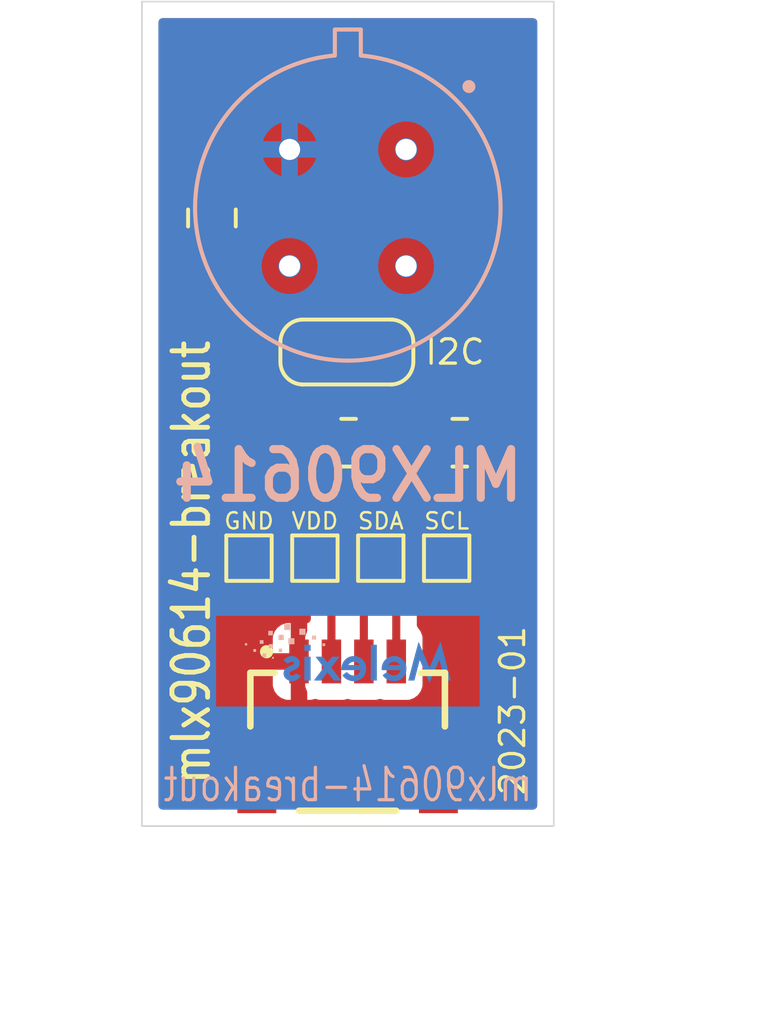
<source format=kicad_pcb>
(kicad_pcb (version 20211014) (generator pcbnew)
  (layers (0 "F.Cu" signal) (31 "B.Cu" signal) (34 "B.Paste" user) (35 "F.Paste" user) (36 "B.SilkS" user "B.Silkscreen") (37 "F.SilkS" user "F.Silkscreen") (38 "B.Mask" user) (39 "F.Mask" user) (44 "Edge.Cuts" user))
  (net 0 "")
  (net 1 "/VDD")
  (net 2 "/SDA")
  (net 3 "/SCL")
  (net 4 "/GND")
  (net 5 "Net-(JP1-Pad1)")
  (net 6 "Net-(JP1-Pad3)")
  (footprint "TestPoint:TestPoint_Pad_1.0x1.0mm" (layer "F.Cu") (at 113.997999 75.245001)
    (fp_text reference "SCL" (at 0 -1.143) (layer "F.SilkS") (effects (font (size 0.5 0.5) (thickness 0.075))))
    (fp_text value "TestPoint")
    (fp_line (start 0.7 -0.7) (end 0.7 0.7) (layer "F.SilkS") (width 0.12))
    (fp_line (start 0.7 0.7) (end -0.7 0.7) (layer "F.SilkS") (width 0.12))
    (fp_line (start -0.7 0.7) (end -0.7 -0.7) (layer "F.SilkS") (width 0.12))
    (fp_line (start -0.7 -0.7) (end 0.7 -0.7) (layer "F.SilkS") (width 0.12))
    (pad "1" smd rect (at 0 0) (size 1 1) (layers "F.Cu" "F.Mask") (net 3 "/SCL"))
  )
  (footprint "TestPoint:TestPoint_Pad_1.0x1.0mm" (layer "F.Cu") (at 107.901999 75.245001)
    (fp_text reference "GND" (at 0 -1.143) (layer "F.SilkS") (effects (font (size 0.5 0.5) (thickness 0.075))))
    (fp_text value "TestPoint")
    (fp_line (start 0.7 0.7) (end -0.7 0.7) (layer "F.SilkS") (width 0.12))
    (fp_line (start 0.7 -0.7) (end 0.7 0.7) (layer "F.SilkS") (width 0.12))
    (fp_line (start -0.7 -0.7) (end 0.7 -0.7) (layer "F.SilkS") (width 0.12))
    (fp_line (start -0.7 0.7) (end -0.7 -0.7) (layer "F.SilkS") (width 0.12))
    (pad "1" smd rect (at 0 0) (size 1 1) (layers "F.Cu" "F.Mask") (net 4 "/GND"))
  )
  (footprint "Resistor_SMD:R_0805_2012Metric" (layer "F.Cu") (at 114.402499 71.689001)
    (fp_text reference "R1" hide)
    (fp_text value "4K7")
    (fp_line (start -0.227064 -0.735) (end 0.227064 -0.735) (layer "F.SilkS") (width 0.12))
    (fp_line (start -0.227064 0.735) (end 0.227064 0.735) (layer "F.SilkS") (width 0.12))
    (pad "1" smd roundrect (at -0.9125 0) (size 1.025 1.4) (layers "F.Cu" "F.Paste" "F.Mask") (roundrect_rratio 0.243902439) (net 6 "Net-(JP1-Pad3)"))
    (pad "2" smd roundrect (at 0.9125 0) (size 1.025 1.4) (layers "F.Cu" "F.Paste" "F.Mask") (roundrect_rratio 0.243902439) (net 3 "/SCL"))
  )
  (footprint "Jumper:SolderJumper-3_P1.3mm_Bridged12_RoundedPad1.0x1.5mm_NumberLabels" (layer "F.Cu") (at 110.919999 68.895001)
    (fp_text reference "I2C" (at 3.332 0) (layer "F.SilkS") (effects (font (size 0.75 0.75) (thickness 0.1))))
    (fp_text value "SolderJumper_3_Bridged123")
    (fp_poly (pts (xy -0.5 -0.3) (xy 0 -0.3) (xy 0 0.3) (xy -0.5 0.3)) (layer "F.Cu") (width 0) (fill solid))
    (fp_poly (pts (xy 0.3 -0.3) (xy 0.8 -0.3) (xy 0.8 0.3) (xy 0.3 0.3)) (layer "F.Cu") (width 0) (fill solid))
    (fp_poly (pts (xy -0.8 -0.3) (xy -0.3 -0.3) (xy -0.3 0.3) (xy -0.8 0.3)) (layer "F.Cu") (width 0) (fill solid))
    (fp_line (start -2.05 0.3) (end -2.05 -0.3) (layer "F.SilkS") (width 0.12))
    (fp_line (start 1.4 1) (end -1.4 1) (layer "F.SilkS") (width 0.12))
    (fp_line (start -1.4 -1) (end 1.4 -1) (layer "F.SilkS") (width 0.12))
    (fp_line (start 2.05 -0.3) (end 2.05 0.3) (layer "F.SilkS") (width 0.12))
    (fp_arc (start -1.35 1) (mid -1.844975 0.794975) (end -2.05 0.3) (layer "F.SilkS") (width 0.12))
    (fp_arc (start 1.35 -1) (mid 1.844975 -0.794975) (end 2.05 -0.3) (layer "F.SilkS") (width 0.12))
    (fp_arc (start -2.05 -0.3) (mid -1.844975 -0.794975) (end -1.35 -1) (layer "F.SilkS") (width 0.12))
    (fp_arc (start 2.05 0.3) (mid 1.844975 0.794975) (end 1.35 1) (layer "F.SilkS") (width 0.12))
    (pad "1" smd custom (at -1.3 0) (size 1 0.5) (layers "F.Cu" "F.Mask") (net 5 "Net-(JP1-Pad1)") (options (clearance outline) (anchor rect)) (primitives (gr_poly (pts (xy 0.55 0.75) (xy 0 0.75) (xy 0 -0.75) (xy 0.55 -0.75)) (width 0) (fill yes)) (gr_circle (center 0 0.25) (end 0.5 0.25) (width 0) (fill yes)) (gr_circle (center 0 -0.25) (end 0.5 -0.25) (width 0) (fill yes))))
    (pad "2" smd rect (at 0 0) (size 1 1.5) (layers "F.Cu" "F.Mask") (net 1 "/VDD"))
    (pad "3" smd custom (at 1.3 0) (size 1 0.5) (layers "F.Cu" "F.Mask") (net 6 "Net-(JP1-Pad3)") (options (clearance outline) (anchor rect)) (primitives (gr_circle (center 0 0.25) (end 0.5 0.25) (width 0) (fill yes)) (gr_circle (center 0 -0.25) (end 0.5 -0.25) (width 0) (fill yes)) (gr_poly (pts (xy 0 0.75) (xy -0.55 0.75) (xy -0.55 -0.75) (xy 0 -0.75)) (width 0) (fill yes))))
  )
  (footprint "melexis-temperature:QWIIC_STEMMA_QT" (layer "F.Cu") (at 110.943999 78.428001)
    (fp_text reference "J1" hide)
    (fp_text value "Conn_01x04_Male")
    (fp_line (start -3 2) (end -3 0.35) (layer "F.SilkS") (width 0.2032))
    (fp_line (start -3 0.35) (end -2.25 0.35) (layer "F.SilkS") (width 0.2032))
    (fp_line (start 2.25 0.35) (end 3 0.35) (layer "F.SilkS") (width 0.2032))
    (fp_line (start 3 0.35) (end 3 2) (layer "F.SilkS") (width 0.2032))
    (fp_line (start -1.5 4.6) (end 1.5 4.6) (layer "F.SilkS") (width 0.2032))
    (fp_circle (center -2.5 -0.3) (end -2.3984 -0.3) (layer "F.SilkS") (width 0.2032) (fill none))
    (pad "1" smd rect locked (at -1.5 0) (size 0.6 1.35) (layers "F.Cu" "F.Paste" "F.Mask") (net 4 "/GND"))
    (pad "2" smd rect locked (at -0.5 0) (size 0.6 1.35) (layers "F.Cu" "F.Paste" "F.Mask") (net 1 "/VDD"))
    (pad "3" smd rect locked (at 0.5 0) (size 0.6 1.35) (layers "F.Cu" "F.Paste" "F.Mask") (net 2 "/SDA"))
    (pad "4" smd rect locked (at 1.5 0) (size 0.6 1.35) (layers "F.Cu" "F.Paste" "F.Mask") (net 3 "/SCL"))
    (pad "NC1" smd rect locked (at 2.8 3.675) (size 1.2 2) (layers "F.Cu" "F.Paste" "F.Mask") (net 4 "/GND"))
    (pad "NC2" smd rect locked (at -2.8 3.675) (size 1.2 2) (layers "F.Cu" "F.Paste" "F.Mask") (net 4 "/GND"))
  )
  (footprint "TestPoint:TestPoint_Pad_1.0x1.0mm" (layer "F.Cu") (at 109.933999 75.245001)
    (fp_text reference "VDD" (at 0 -1.143) (layer "F.SilkS") (effects (font (size 0.5 0.5) (thickness 0.075))))
    (fp_text value "TestPoint")
    (fp_line (start 0.7 -0.7) (end 0.7 0.7) (layer "F.SilkS") (width 0.12))
    (fp_line (start 0.7 0.7) (end -0.7 0.7) (layer "F.SilkS") (width 0.12))
    (fp_line (start -0.7 0.7) (end -0.7 -0.7) (layer "F.SilkS") (width 0.12))
    (fp_line (start -0.7 -0.7) (end 0.7 -0.7) (layer "F.SilkS") (width 0.12))
    (pad "1" smd rect (at 0 0) (size 1 1) (layers "F.Cu" "F.Mask") (net 1 "/VDD"))
  )
  (footprint "Resistor_SMD:R_0805_2012Metric" (layer "F.Cu") (at 110.973499 71.689001)
    (fp_text reference "R2" hide)
    (fp_text value "4K7")
    (fp_line (start -0.227064 -0.735) (end 0.227064 -0.735) (layer "F.SilkS") (width 0.12))
    (fp_line (start -0.227064 0.735) (end 0.227064 0.735) (layer "F.SilkS") (width 0.12))
    (pad "1" smd roundrect (at -0.9125 0) (size 1.025 1.4) (layers "F.Cu" "F.Paste" "F.Mask") (roundrect_rratio 0.243902439) (net 5 "Net-(JP1-Pad1)"))
    (pad "2" smd roundrect (at 0.9125 0) (size 1.025 1.4) (layers "F.Cu" "F.Paste" "F.Mask") (roundrect_rratio 0.243902439) (net 2 "/SDA"))
  )
  (footprint "Capacitor_SMD:C_0805_2012Metric" (layer "F.Cu") (at 106.758997 64.765002 90)
    (fp_text reference "C1" hide)
    (fp_text value "100n")
    (fp_line (start -0.261252 -0.735) (end 0.261252 -0.735) (layer "F.SilkS") (width 0.12))
    (fp_line (start -0.261252 0.735) (end 0.261252 0.735) (layer "F.SilkS") (width 0.12))
    (pad "1" smd roundrect (at -0.95 0 90) (size 1 1.45) (layers "F.Cu" "F.Paste" "F.Mask") (net 1 "/VDD"))
    (pad "2" smd roundrect (at 0.95 0 90) (size 1 1.45) (layers "F.Cu" "F.Paste" "F.Mask") (net 4 "/GND"))
  )
  (footprint "melexis-temperature:mlx_logo_back" (layer "F.Cu") (at 110.945769 78.428001)
    (fp_text reference "G***" hide)
    (fp_text value "LOGO" hide)
    (fp_poly (pts (xy 0.89408 0.5842) (xy 0.71628 0.5842) (xy 0.71628 -0.508) (xy 0.89408 -0.508) (xy 0.89408 0.5842)) (layer "B.Cu") (width 0.01) (fill solid))
    (fp_poly (pts (xy -1.14808 -0.3302) (xy -1.33096 -0.3302) (xy -1.33096 -0.508) (xy -1.14808 -0.508) (xy -1.14808 -0.3302)) (layer "B.Cu") (width 0.01) (fill solid))
    (fp_poly (pts (xy -0.273195 -0.12319) (xy -0.322273 -0.060622) (xy -0.365166 -0.005698) (xy -0.402074 0.041844) (xy -0.433193 0.082264) (xy -0.458721 0.115824) (xy -0.478856 0.142786) (xy -0.493796 0.163412) (xy -0.503738 0.177962) (xy -0.508879 0.186698) (xy -0.509658 0.189698) (xy -0.505953 0.194814) (xy -0.496686 0.207169) (xy -0.48248 0.225944) (xy -0.463959 0.25032) (xy -0.441747 0.279476) (xy -0.416468 0.312592) (xy -0.388745 0.348849) (xy -0.361058 0.385006) (xy -0.33167 0.423412) (xy -0.304204 0.459413) (xy -0.279274 0.492196) (xy -0.257497 0.520947) (xy -0.239485 0.544852) (xy -0.225855 0.563098) (xy -0.217221 0.574872) (xy -0.214207 0.579316) (xy -0.218519 0.581011) (xy -0.232231 0.582382) (xy -0.254586 0.583394) (xy -0.284828 0.584011) (xy -0.318731 0.5842) (xy -0.424949 0.5842) (xy -0.518545 0.463835) (xy -0.542301 0.433278) (xy -0.564188 0.405111) (xy -0.583386 0.380393) (xy -0.599073 0.36018) (xy -0.61043 0.345528) (xy -0.616636 0.337496) (xy -0.617406 0.336488) (xy -0.620285 0.336212) (xy -0.625896 0.340275) (xy -0.634768 0.349291) (xy -0.647428 0.363876) (xy -0.664405 0.384643) (xy -0.686229 0.412208) (xy -0.713427 0.447186) (xy -0.72089 0.456852) (xy -0.819108 0.5842) (xy -0.925174 0.5842) (xy -0.956754 0.584026) (xy -0.984582 0.583541) (xy -1.00717 0.582798) (xy -1.023033 0.581851) (xy -1.030683 0.580752) (xy -1.031155 0.58039) (xy -1.028134 0.575721) (xy -1.019504 0.563802) (xy -1.005866 0.545428) (xy -0.987816 0.521392) (xy -0.965955 0.492488) (xy -0.94088 0.45951) (xy -0.91319 0.423251) (xy -0.883485 0.384507) (xy -0.881369 0.381753) (xy -0.846652 0.336498) (xy -0.817713 0.298583) (xy -0.794079 0.267336) (xy -0.775279 0.242087) (xy -0.760839 0.222165) (xy -0.750287 0.2069) (xy -0.743151 0.195621) (xy -0.738957 0.187657) (xy -0.737233 0.182339) (xy -0.737508 0.178994) (xy -0.737944 0.178226) (xy -0.742384 0.172347) (xy -0.752313 0.159368) (xy -0.767008 0.14023) (xy -0.785747 0.115871) (xy -0.807806 0.087232) (xy -0.832462 0.055253) (xy -0.858993 0.020872) (xy -0.86233 0.016548) (xy -0.888755 -0.017751) (xy -0.91312 -0.049518) (xy -0.934748 -0.077861) (xy -0.952963 -0.101887) (xy -0.967088 -0.120702) (xy -0.976447 -0.133415) (xy -0.980364 -0.139131) (xy -0.98044 -0.139335) (xy -0.975607 -0.140184) (xy -0.962088 -0.140916) (xy -0.941361 -0.141495) (xy -0.9149 -0.141883) (xy -0.88418 -0.142043) (xy -0.87249 -0.142038) (xy -0.76454 -0.141836) (xy -0.69596 -0.050901) (xy -0.676076 -0.024666) (xy -0.65823 -0.001372) (xy -0.643323 0.017827) (xy -0.632258 0.031772) (xy -0.625936 0.039309) (xy -0.62484 0.040313) (xy -0.621129 0.036564) (xy -0.612117 0.0259) (xy -0.598713 0.009447) (xy -0.581831 -0.01167) (xy -0.56238 -0.036327) (xy -0.55118 -0.050651) (xy -0.48006 -0.141894) (xy -0.369144 -0.142067) (xy -0.258227 -0.14224) (xy -0.273195 -0.12319)) (layer "B.Cu") (width 0.01) (fill solid))
    (fp_poly (pts (xy 2.86263 -0.593453) (xy 2.862972 -0.593122) (xy 2.864557 -0.587983) (xy 2.868556 -0.573622) (xy 2.874806 -0.550643) (xy 2.883148 -0.519654) (xy 2.89342 -0.48126) (xy 2.90546 -0.436067) (xy 2.919109 -0.38468) (xy 2.934205 -0.327705) (xy 2.950586 -0.265749) (xy 2.968093 -0.199418) (xy 2.986564 -0.129316) (xy 3.005838 -0.05605) (xy 3.019387 -0.00448) (xy 3.173301 0.58166) (xy 3.086898 0.583053) (xy 3.058241 0.583292) (xy 3.033189 0.583076) (xy 3.013479 0.582455) (xy 3.000848 0.581479) (xy 2.997037 0.580513) (xy 2.995191 0.575039) (xy 2.991024 0.560559) (xy 2.984759 0.537906) (xy 2.976617 0.507911) (xy 2.966823 0.471405) (xy 2.955598 0.42922) (xy 2.943165 0.382186) (xy 2.929747 0.331136) (xy 2.915567 0.276901) (xy 2.910593 0.25781) (xy 2.896232 0.20281) (xy 2.882573 0.150816) (xy 2.869836 0.102645) (xy 2.858241 0.059114) (xy 2.848008 0.021043) (xy 2.839359 -0.010753) (xy 2.832512 -0.035454) (xy 2.827688 -0.052243) (xy 2.825107 -0.060302) (xy 2.824773 -0.060909) (xy 2.822402 -0.056334) (xy 2.816426 -0.043109) (xy 2.807156 -0.02196) (xy 2.794901 0.006388) (xy 2.779971 0.041209) (xy 2.762677 0.081778) (xy 2.743329 0.127368) (xy 2.722236 0.177255) (xy 2.699709 0.230712) (xy 2.676058 0.287014) (xy 2.674817 0.289974) (xy 2.651089 0.346471) (xy 2.628449 0.400211) (xy 2.607209 0.450463) (xy 2.587683 0.496495) (xy 2.570183 0.537574) (xy 2.555021 0.57297) (xy 2.54251 0.601949) (xy 2.532962 0.623782) (xy 2.526691 0.637735) (xy 2.524009 0.643077) (xy 2.523978 0.643103) (xy 2.519988 0.6403) (xy 2.51405 0.630586) (xy 2.510785 0.62369) (xy 2.507261 0.615449) (xy 2.500138 0.598656) (xy 2.48976 0.574123) (xy 2.47647 0.54266) (xy 2.46061 0.505081) (xy 2.442522 0.462196) (xy 2.42255 0.41482) (xy 2.401036 0.363762) (xy 2.378323 0.309835) (xy 2.361905 0.270842) (xy 2.331184 0.198097) (xy 2.304221 0.134733) (xy 2.280994 0.080699) (xy 2.26148 0.035948) (xy 2.245657 0.000427) (xy 2.233504 -0.025911) (xy 2.224998 -0.043118) (xy 2.220117 -0.051242) (xy 2.2189 -0.051738) (xy 2.217014 -0.045396) (xy 2.21283 -0.030094) (xy 2.206579 -0.006713) (xy 2.198493 0.023867) (xy 2.188802 0.060766) (xy 2.177738 0.103102) (xy 2.165531 0.149997) (xy 2.152414 0.200569) (xy 2.138618 0.253938) (xy 2.138602 0.254) (xy 2.124739 0.307655) (xy 2.111512 0.358739) (xy 2.099157 0.40634) (xy 2.087914 0.449546) (xy 2.078021 0.487446) (xy 2.069714 0.51913) (xy 2.063232 0.543685) (xy 2.058812 0.5602) (xy 2.056717 0.56769) (xy 2.051532 0.5842) (xy 1.874326 0.5842) (xy 1.877207 0.57277) (xy 1.885965 0.538305) (xy 1.89649 0.497364) (xy 1.908593 0.450665) (xy 1.922079 0.398924) (xy 1.936759 0.342861) (xy 1.952441 0.283193) (xy 1.968932 0.220637) (xy 1.986042 0.155912) (xy 2.003578 0.089735) (xy 2.021349 0.022824) (xy 2.039163 -0.044102) (xy 2.056829 -0.110327) (xy 2.074155 -0.175132) (xy 2.090949 -0.237799) (xy 2.10702 -0.297611) (xy 2.122177 -0.35385) (xy 2.136226 -0.405798) (xy 2.148978 -0.452737) (xy 2.160239 -0.49395) (xy 2.169819 -0.528718) (xy 2.177526 -0.556323) (xy 2.183169 -0.576048) (xy 2.186555 -0.587176) (xy 2.187484 -0.589463) (xy 2.190086 -0.584521) (xy 2.196291 -0.570887) (xy 2.205806 -0.54925) (xy 2.218335 -0.520299) (xy 2.233586 -0.484725) (xy 2.251263 -0.443218) (xy 2.271073 -0.396468) (xy 2.292722 -0.345163) (xy 2.315915 -0.289995) (xy 2.340359 -0.231653) (xy 2.356923 -0.19201) (xy 2.381971 -0.132127) (xy 2.405935 -0.075089) (xy 2.428523 -0.021574) (xy 2.449446 0.027744) (xy 2.468413 0.072187) (xy 2.485135 0.11108) (xy 2.49932 0.143748) (xy 2.510679 0.169513) (xy 2.518921 0.1877) (xy 2.523757 0.197633) (xy 2.524948 0.199332) (xy 2.527356 0.194162) (xy 2.533378 0.180336) (xy 2.54271 0.15857) (xy 2.555048 0.129582) (xy 2.57009 0.09409) (xy 2.58753 0.052811) (xy 2.607067 0.006464) (xy 2.628396 -0.044235) (xy 2.651215 -0.098568) (xy 2.675218 -0.155817) (xy 2.682298 -0.17272) (xy 2.712694 -0.245304) (xy 2.739408 -0.309081) (xy 2.762681 -0.364616) (xy 2.782758 -0.412474) (xy 2.79988 -0.453219) (xy 2.81429 -0.487415) (xy 2.826232 -0.515629) (xy 2.835946 -0.538423) (xy 2.843677 -0.556363) (xy 2.849667 -0.570014) (xy 2.854158 -0.579939) (xy 2.857394 -0.586704) (xy 2.859616 -0.590873) (xy 2.861068 -0.593011) (xy 2.861991 -0.593683) (xy 2.86263 -0.593453)) (layer "B.Cu") (width 0.01) (fill solid))
    (fp_poly (pts (xy -1.685282 -0.158374) (xy -1.65505 -0.154048) (xy -1.628072 -0.145725) (xy -1.600995 -0.132413) (xy -1.574833 -0.116055) (xy -1.541852 -0.088537) (xy -1.516175 -0.055792) (xy -1.497935 -0.019235) (xy -1.487263 0.019721) (xy -1.48429 0.059663) (xy -1.489148 0.099175) (xy -1.50197 0.136845) (xy -1.522885 0.171259) (xy -1.545809 0.195739) (xy -1.554275 0.20285) (xy -1.563785 0.209868) (xy -1.575375 0.217349) (xy -1.590081 0.22585) (xy -1.60894 0.235926) (xy -1.632988 0.248134) (xy -1.663263 0.26303) (xy -1.7008 0.281169) (xy -1.740621 0.300235) (xy -1.773809 0.318483) (xy -1.796881 0.33674) (xy -1.809881 0.355094) (xy -1.812853 0.373632) (xy -1.805841 0.39244) (xy -1.794396 0.406439) (xy -1.769466 0.424601) (xy -1.74046 0.434374) (xy -1.708891 0.435855) (xy -1.676272 0.42914) (xy -1.644115 0.414326) (xy -1.618007 0.395202) (xy -1.594129 0.374183) (xy -1.527315 0.406703) (xy -1.503308 0.418478) (xy -1.482491 0.42886) (xy -1.466616 0.436961) (xy -1.45743 0.441897) (xy -1.456011 0.442795) (xy -1.45612 0.448717) (xy -1.46227 0.460125) (xy -1.473231 0.475406) (xy -1.487774 0.49295) (xy -1.50467 0.511144) (xy -1.518115 0.524219) (xy -1.5601 0.556694) (xy -1.606402 0.581) (xy -1.655585 0.59674) (xy -1.706208 0.603517) (xy -1.756835 0.600932) (xy -1.779804 0.596473) (xy -1.82227 0.581668) (xy -1.862931 0.558997) (xy -1.899712 0.530088) (xy -1.930536 0.496566) (xy -1.952906 0.460919) (xy -1.967404 0.421451) (xy -1.974115 0.3798) (xy -1.972518 0.339375) (xy -1.971937 0.335847) (xy -1.961736 0.297969) (xy -1.944748 0.263508) (xy -1.920376 0.231891) (xy -1.888023 0.202543) (xy -1.847091 0.17489) (xy -1.796983 0.148357) (xy -1.759514 0.131568) (xy -1.721888 0.114771) (xy -1.693248 0.099807) (xy -1.672733 0.086021) (xy -1.659478 0.072755) (xy -1.652622 0.059355) (xy -1.651162 0.049196) (xy -1.654124 0.030798) (xy -1.663979 0.017688) (xy -1.681464 0.009414) (xy -1.707313 0.005523) (xy -1.723042 0.00508) (xy -1.74513 0.006453) (xy -1.765568 0.011249) (xy -1.787116 0.020476) (xy -1.812534 0.035146) (xy -1.822407 0.041461) (xy -1.854114 0.062097) (xy -1.905432 0.017078) (xy -1.925378 -0.000351) (xy -1.943378 -0.015953) (xy -1.957639 -0.028184) (xy -1.96637 -0.035498) (xy -1.967161 -0.03613) (xy -1.971924 -0.040441) (xy -1.972871 -0.04457) (xy -1.968914 -0.050193) (xy -1.958965 -0.058987) (xy -1.945097 -0.070118) (xy -1.909326 -0.096021) (xy -1.870436 -0.119899) (xy -1.832155 -0.139576) (xy -1.810606 -0.148621) (xy -1.794708 -0.153881) (xy -1.778792 -0.157232) (xy -1.759899 -0.159043) (xy -1.735072 -0.159687) (xy -1.72212 -0.159697) (xy -1.685282 -0.158374)) (layer "B.Cu") (width 0.01) (fill solid))
    (fp_poly (pts (xy 0.226121 -0.161346) (xy 0.247428 -0.158881) (xy 0.270333 -0.154299) (xy 0.276162 -0.15293) (xy 0.333196 -0.134188) (xy 0.386253 -0.106657) (xy 0.434415 -0.071237) (xy 0.47676 -0.028827) (xy 0.512369 0.019672) (xy 0.540322 0.07336) (xy 0.557286 0.12208) (xy 0.563155 0.152951) (xy 0.56624 0.190231) (xy 0.566586 0.230572) (xy 0.564239 0.270623) (xy 0.559243 0.307037) (xy 0.554523 0.327431) (xy 0.533057 0.385059) (xy 0.503271 0.437724) (xy 0.465982 0.484619) (xy 0.422004 0.524936) (xy 0.372154 0.557869) (xy 0.317247 0.582613) (xy 0.28702 0.591961) (xy 0.258274 0.597426) (xy 0.223166 0.600925) (xy 0.185323 0.602356) (xy 0.148369 0.601615) (xy 0.115931 0.598598) (xy 0.10695 0.597107) (xy 0.05025 0.582065) (xy -0.004158 0.559421) (xy -0.054566 0.530213) (xy -0.099264 0.49548) (xy -0.136544 0.456261) (xy -0.146545 0.443049) (xy -0.157786 0.427263) (xy -0.097943 0.382224) (xy -0.076296 0.365998) (xy -0.057209 0.351815) (xy -0.042308 0.340873) (xy -0.033217 0.334371) (xy -0.031544 0.333265) (xy -0.024277 0.334789) (xy -0.011203 0.344467) (xy 0.007551 0.362205) (xy 0.007809 0.362465) (xy 0.044957 0.394276) (xy 0.084553 0.4167) (xy 0.127981 0.430453) (xy 0.144579 0.433385) (xy 0.190654 0.435631) (xy 0.2352 0.429448) (xy 0.276823 0.4155) (xy 0.31413 0.394449) (xy 0.345727 0.366958) (xy 0.370221 0.33369) (xy 0.375574 0.323518) (xy 0.383925 0.305216) (xy 0.390664 0.28856) (xy 0.39406 0.27813) (xy 0.397341 0.26416) (xy -0.194242 0.26416) (xy -0.190719 0.21971) (xy -0.183046 0.157432) (xy -0.172387 0.112216) (xy 0.01016 0.112216) (xy 0.015087 0.113364) (xy 0.029258 0.114387) (xy 0.051757 0.115263) (xy 0.08167 0.115969) (xy 0.11808 0.11648) (xy 0.160072 0.116775) (xy 0.19317 0.11684) (xy 0.37618 0.11684) (xy 0.368589 0.10216) (xy 0.356757 0.084975) (xy 0.339024 0.065772) (xy 0.318408 0.047394) (xy 0.29793 0.032685) (xy 0.29019 0.028333) (xy 0.249187 0.012939) (xy 0.205757 0.006075) (xy 0.161971 0.007644) (xy 0.119901 0.017548) (xy 0.081618 0.035692) (xy 0.077632 0.038249) (xy 0.063529 0.049117) (xy 0.048023 0.063451) (xy 0.033034 0.079145) (xy 0.020482 0.094093) (xy 0.01229 0.10619) (xy 0.01016 0.112216) (xy -0.172387 0.112216) (xy -0.170126 0.102626) (xy -0.151281 0.05369) (xy -0.125834 0.009021) (xy -0.093107 -0.032982) (xy -0.0762 -0.051057) (xy -0.031079 -0.09115) (xy 0.016625 -0.121771) (xy 0.06799 -0.143398) (xy 0.124093 -0.156506) (xy 0.17272 -0.161162) (xy 0.202517 -0.162003) (xy 0.226121 -0.161346)) (layer "B.Cu") (width 0.01) (fill solid))
    (fp_poly (pts (xy 1.498191 -0.157036) (xy 1.50622 -0.155514) (xy 1.560219 -0.139538) (xy 1.612535 -0.114662) (xy 1.661141 -0.082141) (xy 1.70401 -0.043229) (xy 1.723078 -0.021245) (xy 1.756934 0.027075) (xy 1.781525 0.07587) (xy 1.797627 0.127165) (xy 1.806016 0.182989) (xy 1.807011 0.19812) (xy 1.805929 0.262403) (xy 1.795818 0.322175) (xy 1.77649 0.377937) (xy 1.747754 0.430189) (xy 1.70942 0.479434) (xy 1.694069 0.495678) (xy 1.67219 0.516853) (xy 1.653039 0.532692) (xy 1.633025 0.545815) (xy 1.608556 0.558841) (xy 1.605169 0.560513) (xy 1.581121 0.571606) (xy 1.556544 0.581768) (xy 1.535203 0.589489) (xy 1.52654 0.592063) (xy 1.497064 0.597591) (xy 1.461275 0.601061) (xy 1.422827 0.602375) (xy 1.385374 0.601436) (xy 1.352573 0.598145) (xy 1.345359 0.596912) (xy 1.282185 0.579925) (xy 1.223284 0.553872) (xy 1.201265 0.541088) (xy 1.177404 0.524361) (xy 1.151538 0.50321) (xy 1.126475 0.480184) (xy 1.105019 0.457833) (xy 1.092243 0.442021) (xy 1.082029 0.427676) (xy 1.141724 0.382384) (xy 1.163328 0.366066) (xy 1.182397 0.3518) (xy 1.197305 0.340791) (xy 1.206428 0.334244) (xy 1.208121 0.333128) (xy 1.215267 0.334517) (xy 1.228348 0.343738) (xy 1.247493 0.360884) (xy 1.252095 0.365305) (xy 1.28455 0.393374) (xy 1.316449 0.41326) (xy 1.350557 0.42638) (xy 1.385105 0.43353) (xy 1.432848 0.435815) (xy 1.478403 0.429092) (xy 1.520604 0.413935) (xy 1.558288 0.390915) (xy 1.59029 0.360606) (xy 1.615447 0.32358) (xy 1.617769 0.319076) (xy 1.623896 0.307524) (xy 1.629348 0.297699) (xy 1.633434 0.289463) (xy 1.635463 0.282677) (xy 1.634745 0.277203) (xy 1.630587 0.272902) (xy 1.622299 0.269636) (xy 1.60919 0.267266) (xy 1.590569 0.265655) (xy 1.565744 0.264663) (xy 1.534026 0.264153) (xy 1.494723 0.263985) (xy 1.447143 0.264021) (xy 1.390597 0.264123) (xy 1.34366 0.26416) (xy 1.28175 0.264145) (xy 1.229231 0.264086) (xy 1.185332 0.263959) (xy 1.149283 0.263741) (xy 1.120313 0.263409) (xy 1.097653 0.262938) (xy 1.080533 0.262306) (xy 1.068182 0.261489) (xy 1.059832 0.260464) (xy 1.05471 0.259208) (xy 1.052048 0.257696) (xy 1.051076 0.255906) (xy 1.050996 0.25527) (xy 1.051745 0.19228) (xy 1.061716 0.131667) (xy 1.067617 0.113491) (xy 1.24968 0.113491) (xy 1.254571 0.114259) (xy 1.268488 0.114966) (xy 1.290298 0.115589) (xy 1.318868 0.116109) (xy 1.353064 0.116505) (xy 1.391752 0.116755) (xy 1.43256 0.11684) (xy 1.474526 0.116756) (xy 1.513101 0.116518) (xy 1.547152 0.116144) (xy 1.575544 0.115656) (xy 1.597144 0.11507) (xy 1.610819 0.114408) (xy 1.61544 0.11371) (xy 1.612245 0.106611) (xy 1.603994 0.094663) (xy 1.592686 0.080329) (xy 1.580319 0.06607) (xy 1.568895 0.05435) (xy 1.563392 0.049613) (xy 1.52529 0.026382) (xy 1.484406 0.011743) (xy 1.442187 0.005534) (xy 1.400081 0.007589) (xy 1.359534 0.017744) (xy 1.321994 0.035835) (xy 1.288909 0.061697) (xy 1.270251 0.082896) (xy 1.259846 0.09714) (xy 1.252448 0.108152) (xy 1.24968 0.113491) (xy 1.067617 0.113491) (xy 1.080343 0.074293) (xy 1.107061 0.021021) (xy 1.141307 -0.027288) (xy 1.182515 -0.069771) (xy 1.230121 -0.105566) (xy 1.28356 -0.13381) (xy 1.31318 -0.145131) (xy 1.355702 -0.155714) (xy 1.403316 -0.161365) (xy 1.452114 -0.161876) (xy 1.498191 -0.157036)) (layer "B.Cu") (width 0.01) (fill solid))
    (fp_poly (pts (xy -1.14808 0.5842) (xy -1.33096 0.5842) (xy -1.33096 -0.14224) (xy -1.14808 -0.14224) (xy -1.14808 0.5842)) (layer "B.Cu") (width 0.01) (fill solid))
    (fp_poly (pts (xy -1.977255 -0.74041) (xy -1.975849 -0.66548) (xy -2.128792 -0.66548) (xy -2.12598 -0.81534) (xy -1.97866 -0.81534) (xy -1.977255 -0.74041)) (layer "B.SilkS") (width 0.01) (fill solid))
    (fp_poly (pts (xy -0.69596 -0.47752) (xy -0.77216 -0.47752) (xy -0.77216 -0.55372) (xy -0.69596 -0.55372) (xy -0.69596 -0.47752)) (layer "B.SilkS") (width 0.01) (fill solid))
    (fp_poly (pts (xy -0.98044 -0.68072) (xy -1.0922 -0.68072) (xy -1.0922 -0.79248) (xy -0.98044 -0.79248) (xy -0.98044 -0.68072)) (layer "B.SilkS") (width 0.01) (fill solid))
    (fp_poly (pts (xy -2.60096 -0.54864) (xy -2.70764 -0.54864) (xy -2.70764 -0.65024) (xy -2.60096 -0.65024) (xy -2.60096 -0.54864)) (layer "B.SilkS") (width 0.01) (fill solid))
    (fp_poly (pts (xy -1.64592 -0.5334) (xy -1.82372 -0.5334) (xy -1.82372 -0.7112) (xy -1.64592 -0.7112) (xy -1.64592 -0.5334)) (layer "B.SilkS") (width 0.01) (fill solid))
    (fp_poly (pts (xy -2.312519 -0.87503) (xy -2.31394 -0.81026) (xy -2.37871 -0.808839) (xy -2.44348 -0.807417) (xy -2.44348 -0.9398) (xy -2.311097 -0.9398) (xy -2.312519 -0.87503)) (layer "B.SilkS") (width 0.01) (fill solid))
    (fp_poly (pts (xy -2.28092 -0.09144) (xy -2.32664 -0.09144) (xy -2.32664 -0.13716) (xy -2.28092 -0.13716) (xy -2.28092 -0.09144)) (layer "B.SilkS") (width 0.01) (fill solid))
    (fp_poly (pts (xy -3.10388 -0.49784) (xy -3.16484 -0.49784) (xy -3.16484 -0.5588) (xy -3.10388 -0.5588) (xy -3.10388 -0.49784)) (layer "B.SilkS") (width 0.01) (fill solid))
    (fp_poly (pts (xy -2.82956 -0.29972) (xy -2.90576 -0.29972) (xy -2.90576 -0.37592) (xy -2.82956 -0.37592) (xy -2.82956 -0.29972)) (layer "B.SilkS") (width 0.01) (fill solid))
    (fp_poly (pts (xy -2.02692 -0.29464) (xy -2.11836 -0.29464) (xy -2.11836 -0.39116) (xy -2.02692 -0.39116) (xy -2.02692 -0.29464)) (layer "B.SilkS") (width 0.01) (fill solid))
    (fp_poly (pts (xy -1.306713 -0.915788) (xy -1.3081 -0.8255) (xy -1.395844 -0.82411) (xy -1.429219 -0.823746) (xy -1.453655 -0.823914) (xy -1.470361 -0.824684) (xy -1.480546 -0.826128) (xy -1.485421 -0.828315) (xy -1.486145 -0.829385) (xy -1.486922 -0.836507) (xy -1.487432 -0.851929) (xy -1.487651 -0.87379) (xy -1.487555 -0.900235) (xy -1.487301 -0.919676) (xy -1.4859 -1.0033) (xy -1.395613 -1.004688) (xy -1.305325 -1.006076) (xy -1.306713 -0.915788)) (layer "B.SilkS") (width 0.01) (fill solid))
    (fp_poly (pts (xy -2.31648 -0.41148) (xy -2.42824 -0.41148) (xy -2.42824 -0.52832) (xy -2.31648 -0.52832) (xy -2.31648 -0.41148)) (layer "B.SilkS") (width 0.01) (fill solid))
    (fp_poly (pts (xy -1.778 -0.97536) (xy -1.9558 -0.97536) (xy -1.9558 -1.15316) (xy -1.778 -1.15316) (xy -1.778 -0.97536)) (layer "B.SilkS") (width 0.01) (fill solid))
    (fp_poly (pts (xy -2.51968 -0.13716) (xy -2.62128 -0.13716) (xy -2.62128 -0.23876) (xy -2.51968 -0.23876) (xy -2.51968 -0.13716)) (layer "B.SilkS") (width 0.01) (fill solid))
  )
  (footprint "TestPoint:TestPoint_Pad_1.0x1.0mm" (layer "F.Cu") (at 111.965999 75.245001)
    (fp_text reference "SDA" (at 0 -1.143) (layer "F.SilkS") (effects (font (size 0.5 0.5) (thickness 0.075))))
    (fp_text value "TestPoint")
    (fp_line (start 0.7 0.7) (end -0.7 0.7) (layer "F.SilkS") (width 0.12))
    (fp_line (start -0.7 -0.7) (end 0.7 -0.7) (layer "F.SilkS") (width 0.12))
    (fp_line (start -0.7 0.7) (end -0.7 -0.7) (layer "F.SilkS") (width 0.12))
    (fp_line (start 0.7 -0.7) (end 0.7 0.7) (layer "F.SilkS") (width 0.12))
    (pad "1" smd rect (at 0 0) (size 1 1) (layers "F.Cu" "F.Mask") (net 2 "/SDA"))
  )
  (footprint "melexis-temperature:mlx90614" (layer "B.Cu") (at 110.949999 64.450001 -135)
    (fp_text reference "U1" hide)
    (fp_text value "MLX90614")
    (fp_circle (center 2.54 0) (end 2.5401 0) (layer "F.Cu") (width 1.6) (fill none))
    (fp_circle (center 0 -2.54) (end 0.0001 -2.54) (layer "F.Cu") (width 1.6) (fill none))
    (fp_circle (center 0 2.54) (end 0.0001 2.54) (layer "F.Cu") (width 1.6) (fill none))
    (fp_circle (center -2.54 0) (end -2.5399 0) (layer "F.Cu") (width 1.6) (fill none))
    (fp_line (start -3.03349 3.59917) (end -3.59917 4.16486) (layer "B.SilkS") (width 0.127))
    (fp_line (start -3.59917 4.16486) (end -4.16486 3.59917) (layer "B.SilkS") (width 0.127))
    (fp_line (start -4.16486 3.59917) (end -3.59917 3.03349) (layer "B.SilkS") (width 0.127))
    (fp_arc (start -3.599169 3.03349) (mid -4.703039 -0.200771) (end -3.33047 -3.33047) (layer "B.SilkS") (width 0.127))
    (fp_arc (start 3.33047 -3.33047) (mid 4.709996 0) (end 3.33047 3.33047) (layer "B.SilkS") (width 0.127))
    (fp_arc (start -3.33047 -3.33047) (mid 0 -4.709996) (end 3.33047 -3.33047) (layer "B.SilkS") (width 0.127))
    (fp_arc (start 3.33047 3.330471) (mid 0.200776 4.703171) (end -3.03349 3.59917) (layer "B.SilkS") (width 0.127))
    (fp_circle (center -5.28 0) (end -5.18 0) (layer "B.SilkS") (width 0.2) (fill none))
    (pad "1" thru_hole circle (at -2.54 0 225) (size 0.7 0.7) (drill 0.65) (layers *.Cu *.Mask) (net 3 "/SCL"))
    (pad "2" thru_hole circle (at 0 -2.54 225) (size 0.7 0.7) (drill 0.65) (layers *.Cu *.Mask) (net 2 "/SDA"))
    (pad "3" thru_hole circle (at 2.54 0 225) (size 0.7 0.7) (drill 0.65) (layers *.Cu *.Mask) (net 1 "/VDD"))
    (pad "4" thru_hole circle (at 0 2.54 225) (size 0.7 0.7) (drill 0.65) (layers *.Cu *.Mask) (net 4 "/GND"))
  )
  (gr_line (start 104.599999 58.100001) (end 117.299999 58.100001) (layer "Edge.Cuts") (width 0.05))
  (gr_line (start 117.299999 58.100001) (end 117.299999 83.500001) (layer "Edge.Cuts") (width 0.05))
  (gr_line (start 104.599999 58.100001) (end 104.599999 83.500001) (layer "Edge.Cuts") (width 0.05))
  (gr_line (start 104.599999 83.500001) (end 117.299999 83.500001) (layer "Edge.Cuts") (width 0.05))
  (gr_text "MLX90614" (at 110.949999 72.705001) (layer "B.SilkS") (effects (font (size 1.5 1.4) (thickness 0.25)) (justify mirror)))
  (gr_text "mlx90614-breakout" (at 110.949999 82.230001) (layer "B.SilkS") (effects (font (size 1 0.75) (thickness 0.1)) (justify mirror)))
  (gr_text "2023-01" (at 116.029999 79.944001 90) (layer "F.SilkS") (effects (font (size 0.75 0.75) (thickness 0.1))))
  (gr_text "mlx90614-breakout" (at 106.123999 75.372001 90) (layer "F.SilkS") (effects (font (size 1.1 0.9))))
  (segment (start 110.919999 72.608001) (end 109.933999 73.594001) (width 0.25) (layer "F.Cu") (net 1))
  (segment (start 107.290047 66.246052) (end 109.153948 66.246052) (width 0.25) (layer "F.Cu") (net 1))
  (segment (start 106.758997 65.715002) (end 107.290047 66.246052) (width 0.25) (layer "F.Cu") (net 1))
  (segment (start 109.933999 73.594001) (end 109.933999 76.007001) (width 0.25) (layer "F.Cu") (net 1))
  (segment (start 109.933999 76.007001) (end 110.443999 76.517001) (width 0.25) (layer "F.Cu") (net 1))
  (segment (start 110.443999 76.517001) (end 110.443999 78.428001) (width 0.25) (layer "F.Cu") (net 1))
  (segment (start 109.153948 66.246052) (end 110.919999 68.012103) (width 0.25) (layer "F.Cu") (net 1))
  (segment (start 110.919999 68.012103) (end 110.919999 72.608001) (width 0.25) (layer "F.Cu") (net 1))
  (segment (start 114.378999 67.879001) (end 112.74605 66.246052) (width 0.25) (layer "F.Cu") (net 2))
  (segment (start 111.443999 76.529001) (end 111.965999 76.007001) (width 0.25) (layer "F.Cu") (net 2))
  (segment (start 113.743999 73.340001) (end 114.378999 72.705001) (width 0.25) (layer "F.Cu") (net 2))
  (segment (start 111.965999 73.340001) (end 113.743999 73.340001) (width 0.25) (layer "F.Cu") (net 2))
  (segment (start 111.965999 71.769001) (end 111.885999 71.689001) (width 0.25) (layer "F.Cu") (net 2))
  (segment (start 111.965999 73.340001) (end 111.965999 71.769001) (width 0.25) (layer "F.Cu") (net 2))
  (segment (start 111.443999 78.428001) (end 111.443999 76.529001) (width 0.25) (layer "F.Cu") (net 2))
  (segment (start 111.965999 76.007001) (end 111.965999 73.340001) (width 0.25) (layer "F.Cu") (net 2))
  (segment (start 114.378999 72.705001) (end 114.378999 67.879001) (width 0.25) (layer "F.Cu") (net 2))
  (segment (start 115.314999 65.222899) (end 112.74605 62.65395) (width 0.25) (layer "F.Cu") (net 3))
  (segment (start 112.443999 76.672001) (end 112.981999 76.134001) (width 0.25) (layer "F.Cu") (net 3))
  (segment (start 113.997999 74.229001) (end 115.314999 72.912001) (width 0.25) (layer "F.Cu") (net 3))
  (segment (start 112.443999 78.428001) (end 112.443999 76.672001) (width 0.25) (layer "F.Cu") (net 3))
  (segment (start 112.981999 76.134001) (end 113.743999 76.134001) (width 0.25) (layer "F.Cu") (net 3))
  (segment (start 115.314999 72.912001) (end 115.314999 65.222899) (width 0.25) (layer "F.Cu") (net 3))
  (segment (start 113.997999 75.880001) (end 113.997999 74.229001) (width 0.25) (layer "F.Cu") (net 3))
  (segment (start 113.743999 76.134001) (end 113.997999 75.880001) (width 0.25) (layer "F.Cu") (net 3))
  (segment (start 107.901999 75.245001) (end 106.377999 75.245001) (width 0.25) (layer "F.Cu") (net 4))
  (segment (start 108.143999 78.428001) (end 109.443999 78.428001) (width 0.25) (layer "F.Cu") (net 4))
  (segment (start 107.901999 78.166001) (end 107.901999 75.245001) (width 0.25) (layer "F.Cu") (net 4))
  (segment (start 106.77705 63.796949) (end 106.77705 62.65395) (width 0.25) (layer "F.Cu") (net 4))
  (segment (start 108.143999 82.103001) (end 108.143999 78.428001) (width 0.25) (layer "F.Cu") (net 4))
  (segment (start 106.01505 62.65395) (end 106.77705 62.65395) (width 0.25) (layer "F.Cu") (net 4))
  (segment (start 106.758997 63.815002) (end 106.77705 63.796949) (width 0.25) (layer "F.Cu") (net 4))
  (segment (start 108.163999 78.428001) (end 107.901999 78.166001) (width 0.25) (layer "F.Cu") (net 4))
  (segment (start 113.743999 82.103001) (end 108.143999 82.103001) (width 0.25) (layer "F.Cu") (net 4))
  (segment (start 109.443999 78.428001) (end 108.163999 78.428001) (width 0.25) (layer "F.Cu") (net 4))
  (segment (start 106.377999 75.245001) (end 105.488999 74.356001) (width 0.25) (layer "F.Cu") (net 4))
  (segment (start 105.488999 63.180001) (end 106.01505 62.65395) (width 0.25) (layer "F.Cu") (net 4))
  (segment (start 105.488999 74.356001) (end 105.488999 63.180001) (width 0.25) (layer "F.Cu") (net 4))
  (segment (start 106.77705 62.65395) (end 109.153948 62.65395) (width 0.25) (layer "F.Cu") (net 4))
  (segment (start 110.060999 71.689001) (end 110.060999 70.673001) (width 0.25) (layer "F.Cu") (net 5))
  (segment (start 109.619999 70.232001) (end 110.060999 70.673001) (width 0.25) (layer "F.Cu") (net 5))
  (segment (start 109.619999 68.895001) (end 109.619999 70.232001) (width 0.25) (layer "F.Cu") (net 5))
  (segment (start 113.489999 70.165001) (end 113.489999 71.689001) (width 0.25) (layer "F.Cu") (net 6))
  (segment (start 112.219999 68.895001) (end 113.489999 70.165001) (width 0.25) (layer "F.Cu") (net 6))
  (zone (net 4) (net_name "/GND") (layer "F.Cu") (connect_pads (clearance 0.508)) (min_thickness 0.254) (fill yes (thermal_gap 0.508) (thermal_bridge_width 0.508))
    (polygon (pts (xy 117.172999 83.373001) (xy 104.726999 83.373001) (xy 104.726999 58.227001) (xy 117.172999 58.227001)))
  )
  (zone (net 4) (net_name "/GND") (layer "B.Cu") (connect_pads (clearance 0.508)) (min_thickness 0.254) (fill yes (thermal_gap 0.508) (thermal_bridge_width 0.508))
    (polygon (pts (xy 117.172999 83.373001) (xy 104.726999 83.373001) (xy 104.726999 58.227001) (xy 117.172999 58.227001)))
  )
  (zone (net 0) (net_name "") (layer "B.Cu") (connect_pads (clearance 0)) (min_thickness 0.254)
    (keepout (tracks allowed) (vias allowed) (pads allowed) (copperpour not_allowed) (footprints allowed))
    (fill (thermal_gap 0.508) (thermal_bridge_width 0.508))
    (polygon (pts (xy 115.013999 79.817001) (xy 106.885999 79.817001) (xy 106.885999 77.023001) (xy 115.013999 77.023001)))
  )
)
</source>
